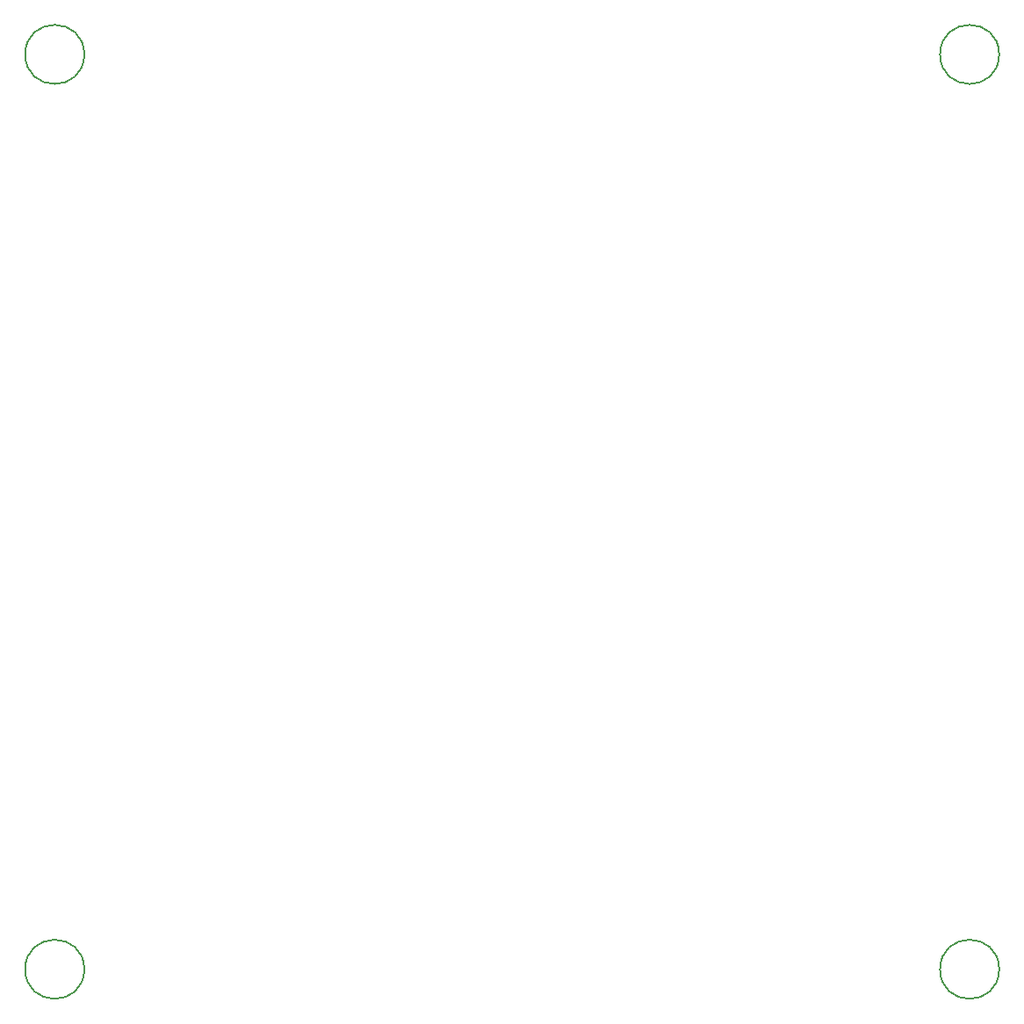
<source format=gbr>
G04 #@! TF.GenerationSoftware,KiCad,Pcbnew,8.0.3*
G04 #@! TF.CreationDate,2024-06-07T18:20:04+02:00*
G04 #@! TF.ProjectId,cpu_board_ext_bus_v2,6370755f-626f-4617-9264-5f6578745f62,2.3*
G04 #@! TF.SameCoordinates,PX18392c0PY730f910*
G04 #@! TF.FileFunction,Other,Comment*
%FSLAX46Y46*%
G04 Gerber Fmt 4.6, Leading zero omitted, Abs format (unit mm)*
G04 Created by KiCad (PCBNEW 8.0.3) date 2024-06-07 18:20:04*
%MOMM*%
%LPD*%
G01*
G04 APERTURE LIST*
%ADD10C,0.150000*%
G04 APERTURE END LIST*
D10*
G04 #@! TO.C,H1*
X6375000Y91725000D02*
G75*
G02*
X675000Y91725000I-2850000J0D01*
G01*
X675000Y91725000D02*
G75*
G02*
X6375000Y91725000I2850000J0D01*
G01*
G04 #@! TO.C,H2*
X94575000Y91725000D02*
G75*
G02*
X88875000Y91725000I-2850000J0D01*
G01*
X88875000Y91725000D02*
G75*
G02*
X94575000Y91725000I2850000J0D01*
G01*
G04 #@! TO.C,H4*
X6375000Y3525000D02*
G75*
G02*
X675000Y3525000I-2850000J0D01*
G01*
X675000Y3525000D02*
G75*
G02*
X6375000Y3525000I2850000J0D01*
G01*
G04 #@! TO.C,H3*
X94575000Y3525000D02*
G75*
G02*
X88875000Y3525000I-2850000J0D01*
G01*
X88875000Y3525000D02*
G75*
G02*
X94575000Y3525000I2850000J0D01*
G01*
G04 #@! TD*
M02*

</source>
